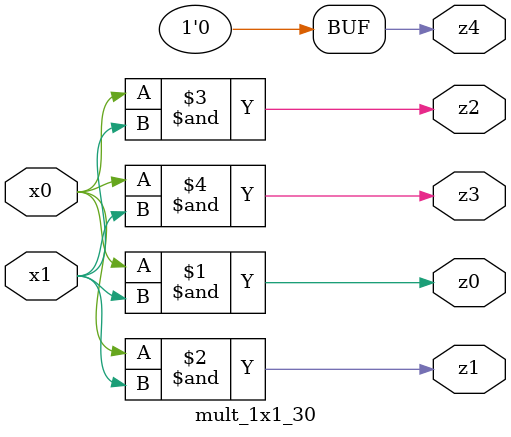
<source format=v>

module mult_1x1_30 ( 
    x0, x1,
    z0, z1, z2, z3, z4  );
  input  x0, x1;
  output z0, z1, z2, z3, z4;
  assign z0 = x0 & x1;
  assign z1 = x0 & x1;
  assign z2 = x0 & x1;
  assign z3 = x0 & x1;
  assign z4 = 1'b0;
endmodule



</source>
